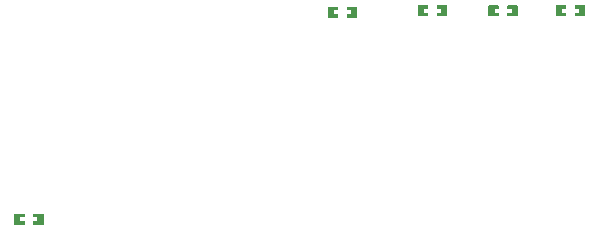
<source format=gtp>
G04 Layer: TopPasteMaskLayer*
G04 EasyEDA v6.5.22, 2023-02-28 18:31:49*
G04 0f5abc17f4e243e5a26b6cc200d52bdd,5d2348555bc34ac8837521f0f1db218d,10*
G04 Gerber Generator version 0.2*
G04 Scale: 100 percent, Rotated: No, Reflected: No *
G04 Dimensions in millimeters *
G04 leading zeros omitted , absolute positions ,4 integer and 5 decimal *
%FSLAX45Y45*%
%MOMM*%

%ADD10C,0.0001*%

%LPD*%
G36*
X6751218Y6064808D02*
G01*
X6746189Y6059779D01*
X6746189Y5979820D01*
X6751218Y5974791D01*
X6831177Y5974791D01*
X6836206Y5979820D01*
X6836206Y6002578D01*
X6799224Y6002578D01*
X6799224Y6035598D01*
X6836206Y6035598D01*
X6836206Y6059779D01*
X6831177Y6064808D01*
G37*
G36*
X6911187Y6064808D02*
G01*
X6906209Y6059779D01*
X6906209Y6035598D01*
X6944207Y6035598D01*
X6944207Y6002578D01*
X6906209Y6002578D01*
X6906209Y5979820D01*
X6911187Y5974791D01*
X6990181Y5974791D01*
X6995210Y5979820D01*
X6995210Y6059779D01*
X6990181Y6064808D01*
G37*
G36*
X6179718Y6064808D02*
G01*
X6174689Y6059779D01*
X6174689Y5979820D01*
X6179718Y5974791D01*
X6259677Y5974791D01*
X6264706Y5979820D01*
X6264706Y6002578D01*
X6227724Y6002578D01*
X6227724Y6035598D01*
X6264706Y6035598D01*
X6264706Y6059779D01*
X6259677Y6064808D01*
G37*
G36*
X6339687Y6064808D02*
G01*
X6334709Y6059779D01*
X6334709Y6035598D01*
X6372707Y6035598D01*
X6372707Y6002578D01*
X6334709Y6002578D01*
X6334709Y5979820D01*
X6339687Y5974791D01*
X6418681Y5974791D01*
X6423710Y5979820D01*
X6423710Y6059779D01*
X6418681Y6064808D01*
G37*
G36*
X5582818Y6064808D02*
G01*
X5577789Y6059779D01*
X5577789Y5979820D01*
X5582818Y5974791D01*
X5662777Y5974791D01*
X5667806Y5979820D01*
X5667806Y6002578D01*
X5630824Y6002578D01*
X5630824Y6035598D01*
X5667806Y6035598D01*
X5667806Y6059779D01*
X5662777Y6064808D01*
G37*
G36*
X5742787Y6064808D02*
G01*
X5737809Y6059779D01*
X5737809Y6035598D01*
X5775807Y6035598D01*
X5775807Y6002578D01*
X5737809Y6002578D01*
X5737809Y5979820D01*
X5742787Y5974791D01*
X5821781Y5974791D01*
X5826810Y5979820D01*
X5826810Y6059779D01*
X5821781Y6064808D01*
G37*
G36*
X4820818Y6052108D02*
G01*
X4815789Y6047079D01*
X4815789Y5967120D01*
X4820818Y5962091D01*
X4900777Y5962091D01*
X4905806Y5967120D01*
X4905806Y5989878D01*
X4868824Y5989878D01*
X4868824Y6022898D01*
X4905806Y6022898D01*
X4905806Y6047079D01*
X4900777Y6052108D01*
G37*
G36*
X4980787Y6052108D02*
G01*
X4975809Y6047079D01*
X4975809Y6022898D01*
X5013807Y6022898D01*
X5013807Y5989878D01*
X4975809Y5989878D01*
X4975809Y5967120D01*
X4980787Y5962091D01*
X5059781Y5962091D01*
X5064810Y5967120D01*
X5064810Y6047079D01*
X5059781Y6052108D01*
G37*
G36*
X2325522Y4299508D02*
G01*
X2320493Y4294479D01*
X2320493Y4271721D01*
X2357475Y4271721D01*
X2357475Y4238701D01*
X2320493Y4238701D01*
X2320493Y4214520D01*
X2325522Y4209491D01*
X2405481Y4209491D01*
X2410510Y4214520D01*
X2410510Y4294479D01*
X2405481Y4299508D01*
G37*
G36*
X2166518Y4299508D02*
G01*
X2161489Y4294479D01*
X2161489Y4214520D01*
X2166518Y4209491D01*
X2245512Y4209491D01*
X2250490Y4214520D01*
X2250490Y4238701D01*
X2212492Y4238701D01*
X2212492Y4271721D01*
X2250490Y4271721D01*
X2250490Y4294479D01*
X2245512Y4299508D01*
G37*
M02*

</source>
